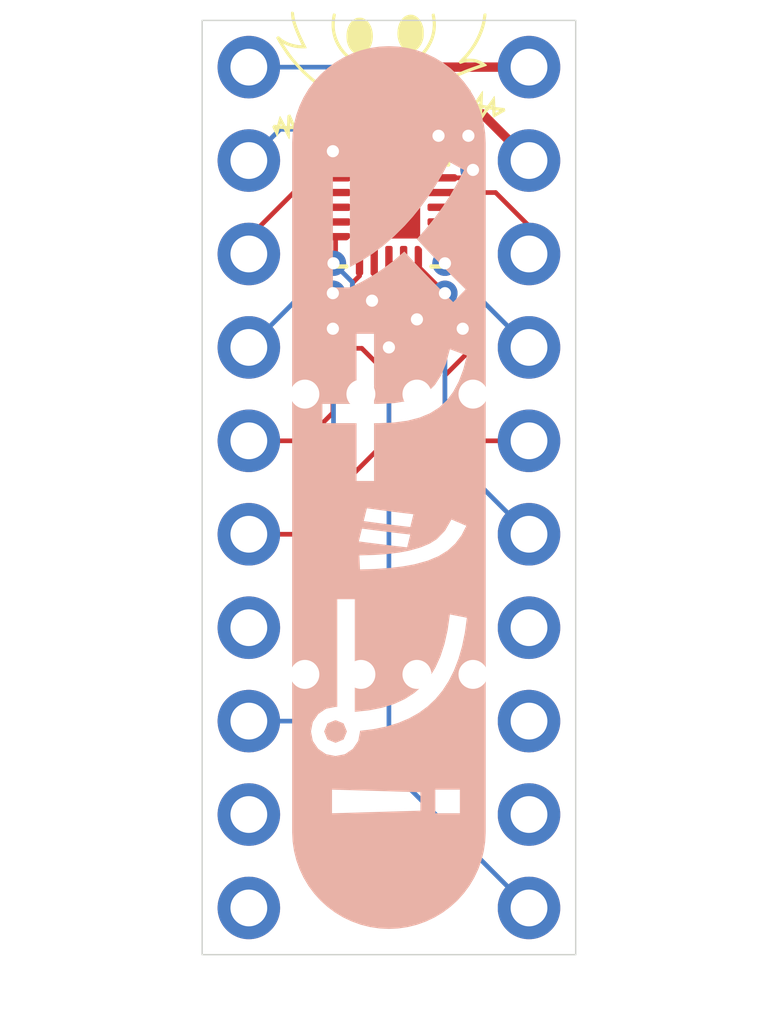
<source format=kicad_pcb>
(kicad_pcb (version 20211014) (generator pcbnew)
  (title_block (title "snappy") (date "2022-05-22") (rev "0.1.1") (company "moth.monster"))
  (layers (0 "F.Cu" signal "Front") (1 "In1.Cu" signal) (2 "In2.Cu" signal) (31 "B.Cu" signal "Back") (34 "B.Paste" user) (35 "F.Paste" user) (36 "B.SilkS" user "B.Silkscreen") (37 "F.SilkS" user "F.Silkscreen") (38 "B.Mask" user) (39 "F.Mask" user) (44 "Edge.Cuts" user))
  (net 0 "")
  (net 1 "VCC")
  (net 2 "GND")
  (net 3 "PA0")
  (net 4 "PA1")
  (net 5 "PA2")
  (net 6 "PA3")
  (net 7 "PA4")
  (net 8 "PA5")
  (net 9 "PC3")
  (net 10 "PC2")
  (net 11 "PC1")
  (net 12 "PA6")
  (net 13 "PA7")
  (net 14 "PB5")
  (net 15 "PC0")
  (net 16 "PB0")
  (net 17 "PB1")
  (net 18 "PB4")
  (net 19 "PB3")
  (net 20 "PB2")
  (footprint "keebio:breakaway-hole-big" (layer "F.Cu") (at 28.194 42.926 180)
    (fp_text reference "REF**" hide)
    (fp_text value "breakaway-hole-big" hide)
    (pad "" np_thru_hole circle locked (at 0 -0.254 180) (size 0.7874 0.7874) (drill 0.7874) (layers *.Cu *.Mask))
  )
  (footprint "" (layer "F.Cu") (at 34.29 43.18)
    (fp_text reference "" (at 0 0) (layer "F.SilkS") (effects (font (size 1.27 1.27))))
    (fp_text value "" (at 0 0) (layer "F.SilkS") (effects (font (size 1.27 1.27))))
    (pad "" np_thru_hole circle locked (at 0 0 180) (size 0.7874 0.7874) (drill 0.7874) (layers *.Cu *.Mask))
  )
  (footprint "keebio:breakaway-hole-big" (layer "F.Cu") (at 32.766 42.926 180)
    (fp_text reference "REF**" hide)
    (fp_text value "breakaway-hole-big" hide)
    (pad "" np_thru_hole circle locked (at 0 -0.254 180) (size 0.7874 0.7874) (drill 0.7874) (layers *.Cu *.Mask))
  )
  (footprint "" (layer "F.Cu") (at 26.67 35.56)
    (fp_text reference "" (at 0 0) (layer "F.SilkS") (effects (font (size 1.27 1.27))))
    (fp_text value "" (at 0 0) (layer "F.SilkS") (effects (font (size 1.27 1.27))))
    (pad "" np_thru_hole circle locked (at 0 0 180) (size 0.7874 0.7874) (drill 0.7874) (layers *.Cu *.Mask))
  )
  (footprint "" (layer "F.Cu") (at 26.67 43.18)
    (fp_text reference "" (at 0 0) (layer "F.SilkS") (effects (font (size 1.27 1.27))))
    (fp_text value "" (at 0 0) (layer "F.SilkS") (effects (font (size 1.27 1.27))))
    (pad "" np_thru_hole circle locked (at 0 0 180) (size 0.7874 0.7874) (drill 0.7874) (layers *.Cu *.Mask))
  )
  (footprint "keebio:breakaway-hole-big" (layer "F.Cu") (at 29.718 35.306 180)
    (fp_text reference "REF**" hide)
    (fp_text value "breakaway-hole-big" hide)
    (pad "" np_thru_hole circle locked (at 0 -0.254 180) (size 0.7874 0.7874) (drill 0.7874) (layers *.Cu *.Mask))
  )
  (footprint "mothface:PinHeader_1x03_P2.54mm_Vertical" (layer "F.Cu") (at 34.29 36.83)
    (fp_text reference "J3" hide)
    (fp_text value "Conn_01x03_Male")
    (pad "1" thru_hole circle (at 0 0) (size 1.7 1.7) (drill 1) (layers *.Cu *.Mask) (net 9 "PC3"))
    (pad "2" thru_hole oval (at 0 2.54) (size 1.7 1.7) (drill 1) (layers *.Cu *.Mask) (net 10 "PC2"))
    (pad "3" thru_hole oval (at 0 5.08) (size 1.7 1.7) (drill 1) (layers *.Cu *.Mask) (net 11 "PC1"))
  )
  (footprint "Package_DFN_QFN:VQFN-20-1EP_3x3mm_P0.4mm_EP1.7x1.7mm" (layer "F.Cu") (at 30.48 30.48 -90)
    (fp_text reference "U1" hide)
    (fp_text value "ATtiny3216-M")
    (pad "1" smd custom (at -1.45 -0.8 270) (size 0.143431 0.143431) (layers "F.Cu" "F.Paste" "F.Mask") (net 5 "PA2") (options (clearance outline) (anchor circle)) (primitives (gr_poly (pts (xy 0.35 0.000711) (xy 0.35 0.05) (xy -0.35 0.05) (xy -0.35 -0.05) (xy 0.299289 -0.05)) (width 0.1) (fill yes))))
    (pad "2" smd roundrect (at -1.45 -0.4 270) (size 0.8 0.2) (layers "F.Cu" "F.Paste" "F.Mask") (net 6 "PA3"))
    (pad "3" smd roundrect (at -1.45 0 270) (size 0.8 0.2) (layers "F.Cu" "F.Paste" "F.Mask") (net 2 "GND"))
    (pad "4" smd roundrect (at -1.45 0.4 270) (size 0.8 0.2) (layers "F.Cu" "F.Paste" "F.Mask") (net 1 "VCC"))
    (pad "5" smd custom (at -1.45 0.8 270) (size 0.143431 0.143431) (layers "F.Cu" "F.Paste" "F.Mask") (net 7 "PA4") (options (clearance outline) (anchor circle)) (primitives (gr_poly (pts (xy 0.35 -0.000711) (xy 0.299289 0.05) (xy -0.35 0.05) (xy -0.35 -0.05) (xy 0.35 -0.05)) (width 0.1) (fill yes))))
    (pad "6" smd custom (at -0.8 1.45 270) (size 0.143431 0.143431) (layers "F.Cu" "F.Paste" "F.Mask") (net 8 "PA5") (options (clearance outline) (anchor circle)) (primitives (gr_poly (pts (xy 0.05 0.35) (xy -0.05 0.35) (xy -0.05 -0.299289) (xy 0.000711 -0.35) (xy 0.05 -0.35)) (width 0.1) (fill yes))))
    (pad "7" smd roundrect (at -0.4 1.45 270) (size 0.2 0.8) (layers "F.Cu" "F.Paste" "F.Mask") (net 12 "PA6"))
    (pad "8" smd roundrect (at 0 1.45 270) (size 0.2 0.8) (layers "F.Cu" "F.Paste" "F.Mask") (net 13 "PA7"))
    (pad "9" smd roundrect (at 0.4 1.45 270) (size 0.2 0.8) (layers "F.Cu" "F.Paste" "F.Mask") (net 14 "PB5"))
    (pad "10" smd custom (at 0.8 1.45 270) (size 0.143431 0.143431) (layers "F.Cu" "F.Paste" "F.Mask") (net 18 "PB4") (options (clearance outline) (anchor circle)) (primitives (gr_poly (pts (xy 0.05 -0.299289) (xy 0.05 0.35) (xy -0.05 0.35) (xy -0.05 -0.35) (xy -0.000711 -0.35)) (width 0.1) (fill yes))))
    (pad "11" smd custom (at 1.45 0.8 270) (size 0.143431 0.143431) (layers "F.Cu" "F.Paste" "F.Mask") (net 19 "PB3") (options (clearance outline) (anchor circle)) (primitives (gr_poly (pts (xy 0.35 0.05) (xy -0.299289 0.05) (xy -0.35 -0.000711) (xy -0.35 -0.05) (xy 0.35 -0.05)) (width 0.1) (fill yes))))
    (pad "12" smd roundrect (at 1.45 0.4 270) (size 0.8 0.2) (layers "F.Cu" "F.Paste" "F.Mask") (net 20 "PB2"))
    (pad "13" smd roundrect (at 1.45 0 270) (size 0.8 0.2) (layers "F.Cu" "F.Paste" "F.Mask") (net 17 "PB1"))
    (pad "14" smd roundrect (at 1.45 -0.4 270) (size 0.8 0.2) (layers "F.Cu" "F.Paste" "F.Mask") (net 16 "PB0"))
    (pad "15" smd custom (at 1.45 -0.8 270) (size 0.143431 0.143431) (layers "F.Cu" "F.Paste" "F.Mask") (net 15 "PC0") (options (clearance outline) (anchor circle)) (primitives (gr_poly (pts (xy 0.35 0.05) (xy -0.35 0.05) (xy -0.35 0.000711) (xy -0.299289 -0.05) (xy 0.35 -0.05)) (width 0.1) (fill yes))))
    (pad "16" smd custom (at 0.8 -1.45 270) (size 0.143431 0.143431) (layers "F.Cu" "F.Paste" "F.Mask") (net 11 "PC1") (options (clearance outline) (anchor circle)) (primitives (gr_poly (pts (xy 0.05 0.299289) (xy -0.000711 0.35) (xy -0.05 0.35) (xy -0.05 -0.35) (xy 0.05 -0.35)) (width 0.1) (fill yes))))
    (pad "17" smd roundrect (at 0.4 -1.45 270) (size 0.2 0.8) (layers "F.Cu" "F.Paste" "F.Mask") (net 10 "PC2"))
    (pad "18" smd roundrect (at 0 -1.45 270) (size 0.2 0.8) (layers "F.Cu" "F.Paste" "F.Mask") (net 9 "PC3"))
    (pad "19" smd roundrect (at -0.4 -1.45 270) (size 0.2 0.8) (layers "F.Cu" "F.Paste" "F.Mask") (net 3 "PA0"))
    (pad "20" smd custom (at -0.8 -1.45 270) (size 0.143431 0.143431) (layers "F.Cu" "F.Paste" "F.Mask") (net 4 "PA1") (options (clearance outline) (anchor circle)) (primitives (gr_poly (pts (xy 0.05 0.35) (xy 0.000711 0.35) (xy -0.05 0.299289) (xy -0.05 -0.35) (xy 0.05 -0.35)) (width 0.1) (fill yes))))
    (pad "21" smd rect (at 0 0 270) (size 1.7 1.7) (layers "F.Cu" "F.Mask") (net 2 "GND"))
  )
  (footprint "keebio:breakaway-hole-big" (layer "F.Cu") (at 29.718 42.926 180)
    (fp_text reference "REF**" hide)
    (fp_text value "breakaway-hole-big" hide)
    (pad "" np_thru_hole circle locked (at 0 -0.254 180) (size 0.7874 0.7874) (drill 0.7874) (layers *.Cu *.Mask))
  )
  (footprint "Capacitor_SMD:C_0402_1005Metric" (layer "F.Cu") (at 30.48 27.94)
    (fp_text reference "C1" hide)
    (fp_text value "0.1uF")
    (pad "1" smd roundrect (at -0.48 0) (size 0.56 0.62) (layers "F.Cu" "F.Paste" "F.Mask") (net 1 "VCC"))
    (pad "2" smd roundrect (at 0.48 0) (size 0.56 0.62) (layers "F.Cu" "F.Paste" "F.Mask") (net 2 "GND"))
  )
  (footprint "mothface:PinHeader_1x03_P2.54mm_Vertical" (layer "F.Cu") (at 26.67 36.83)
    (fp_text reference "J4" hide)
    (fp_text value "Conn_01x03_Male")
    (pad "1" thru_hole circle (at 0 0) (size 1.7 1.7) (drill 1) (layers *.Cu *.Mask) (net 12 "PA6"))
    (pad "2" thru_hole oval (at 0 2.54) (size 1.7 1.7) (drill 1) (layers *.Cu *.Mask) (net 13 "PA7"))
    (pad "3" thru_hole oval (at 0 5.08) (size 1.7 1.7) (drill 1) (layers *.Cu *.Mask) (net 14 "PB5"))
  )
  (footprint "mothface:PinHeader_1x03_P2.54mm_Vertical" (layer "F.Cu") (at 34.29 44.45)
    (fp_text reference "J5" hide)
    (fp_text value "Conn_01x03_Male")
    (pad "1" thru_hole circle (at 0 0) (size 1.7 1.7) (drill 1) (layers *.Cu *.Mask) (net 15 "PC0"))
    (pad "2" thru_hole oval (at 0 2.54) (size 1.7 1.7) (drill 1) (layers *.Cu *.Mask) (net 16 "PB0"))
    (pad "3" thru_hole oval (at 0 5.08) (size 1.7 1.7) (drill 1) (layers *.Cu *.Mask) (net 17 "PB1"))
  )
  (footprint "keebio:breakaway-hole-big" (layer "F.Cu") (at 31.242 42.926 180)
    (fp_text reference "REF**" hide)
    (fp_text value "breakaway-hole-big" hide)
    (pad "" np_thru_hole circle locked (at 0 -0.254 180) (size 0.7874 0.7874) (drill 0.7874) (layers *.Cu *.Mask))
  )
  (footprint "Connector_PinHeader_2.54mm:PinHeader_1x04_P2.54mm_Vertical" (layer "F.Cu") (at 34.29 26.67)
    (fp_text reference "J1" hide)
    (fp_text value "Conn_01x04_Male")
    (pad "1" thru_hole circle (at 0 0) (size 1.7 1.7) (drill 1) (layers *.Cu *.Mask) (net 1 "VCC"))
    (pad "2" thru_hole oval (at 0 2.54) (size 1.7 1.7) (drill 1) (layers *.Cu *.Mask) (net 2 "GND"))
    (pad "3" thru_hole oval (at 0 5.08) (size 1.7 1.7) (drill 1) (layers *.Cu *.Mask) (net 3 "PA0"))
    (pad "4" thru_hole oval (at 0 7.62) (size 1.7 1.7) (drill 1) (layers *.Cu *.Mask) (net 4 "PA1"))
  )
  (footprint "Connector_PinHeader_2.54mm:PinHeader_1x04_P2.54mm_Vertical" (layer "F.Cu") (at 26.67 26.67)
    (fp_text reference "J2" hide)
    (fp_text value "Conn_01x04_Male")
    (pad "1" thru_hole circle (at 0 0) (size 1.7 1.7) (drill 1) (layers *.Cu *.Mask) (net 5 "PA2"))
    (pad "2" thru_hole oval (at 0 2.54) (size 1.7 1.7) (drill 1) (layers *.Cu *.Mask) (net 6 "PA3"))
    (pad "3" thru_hole oval (at 0 5.08) (size 1.7 1.7) (drill 1) (layers *.Cu *.Mask) (net 7 "PA4"))
    (pad "4" thru_hole oval (at 0 7.62) (size 1.7 1.7) (drill 1) (layers *.Cu *.Mask) (net 8 "PA5"))
  )
  (footprint "keebio:breakaway-hole-big" (layer "F.Cu") (at 32.766 35.306 180)
    (fp_text reference "REF**" hide)
    (fp_text value "breakaway-hole-big" hide)
    (pad "" np_thru_hole circle locked (at 0 -0.254 180) (size 0.7874 0.7874) (drill 0.7874) (layers *.Cu *.Mask))
  )
  (footprint "keebio:breakaway-hole-big" (layer "F.Cu") (at 28.194 35.306 180)
    (fp_text reference "REF**" hide)
    (fp_text value "breakaway-hole-big" hide)
    (pad "" np_thru_hole circle locked (at 0 -0.254 180) (size 0.7874 0.7874) (drill 0.7874) (layers *.Cu *.Mask))
  )
  (footprint "keebio:breakaway-hole-big" (layer "F.Cu") (at 31.242 35.306 180)
    (fp_text reference "REF**" hide)
    (fp_text value "breakaway-hole-big" hide)
    (pad "" np_thru_hole circle locked (at 0 -0.254 180) (size 0.7874 0.7874) (drill 0.7874) (layers *.Cu *.Mask))
  )
  (footprint "" (layer "F.Cu") (at 34.29 35.56)
    (fp_text reference "" (at 0 0) (layer "F.SilkS") (effects (font (size 1.27 1.27))))
    (fp_text value "" (at 0 0) (layer "F.SilkS") (effects (font (size 1.27 1.27))))
    (pad "" np_thru_hole circle locked (at 0 0 180) (size 0.7874 0.7874) (drill 0.7874) (layers *.Cu *.Mask))
  )
  (footprint "mothface:PinHeader_1x03_P2.54mm_Vertical" (layer "F.Cu") (at 26.67 44.45)
    (fp_text reference "J6" hide)
    (fp_text value "Conn_01x03_Male")
    (pad "1" thru_hole circle (at 0 0) (size 1.7 1.7) (drill 1) (layers *.Cu *.Mask) (net 18 "PB4"))
    (pad "2" thru_hole oval (at 0 2.54) (size 1.7 1.7) (drill 1) (layers *.Cu *.Mask) (net 19 "PB3"))
    (pad "3" thru_hole oval (at 0 5.08) (size 1.7 1.7) (drill 1) (layers *.Cu *.Mask) (net 20 "PB2"))
  )
  (footprint "mothface:mothfacesmolest" (layer "F.Cu") (at 30.48 26.924 180)
    (fp_text reference "G***" hide)
    (fp_text value "LOGO" hide)
  )
  (footprint "kibuzzard-628A0B39" (layer "B.Cu") (at 30.48 38.1 -90)
    (fp_text reference "kibuzzard-628A0B39" hide)
    (fp_text value "G***" hide)
  )
  (gr_line (start 25.4 50.8) (end 25.4 25.4) (layer "Edge.Cuts") (width 0.0381))
  (gr_line (start 35.56 50.8) (end 25.4 50.8) (layer "Edge.Cuts") (width 0.0381))
  (gr_line (start 25.4 25.4) (end 35.56 25.4) (layer "Edge.Cuts") (width 0.0381))
  (gr_line (start 35.56 25.4) (end 35.56 50.8) (layer "Edge.Cuts") (width 0.0381))
  (segment (start 30.08 29.03) (end 30.08 28.02) (width 0.254) (layer "F.Cu") (net 1))
  (segment (start 30 27.94) (end 31.27 26.67) (width 0.254) (layer "F.Cu") (net 1))
  (segment (start 31.27 26.67) (end 34.29 26.67) (width 0.254) (layer "F.Cu") (net 1))
  (segment (start 30.08 28.02) (end 30 27.94) (width 0.254) (layer "F.Cu") (net 1))
  (segment (start 30.48 28.42) (end 30.96 27.94) (width 0.254) (layer "F.Cu") (net 2))
  (segment (start 30.96 27.94) (end 33.02 27.94) (width 0.254) (layer "F.Cu") (net 2))
  (segment (start 30.48 30.48) (end 30.48 28.42) (width 0.254) (layer "F.Cu") (net 2))
  (segment (start 33.02 27.94) (end 34.29 29.21) (width 0.254) (layer "F.Cu") (net 2))
  (segment (start 34.29 31.75) (end 34.29 30.988) (width 0.127) (layer "F.Cu") (net 3))
  (segment (start 34.29 30.988) (end 33.382 30.08) (width 0.127) (layer "F.Cu") (net 3))
  (segment (start 33.382 30.08) (end 31.93 30.08) (width 0.127) (layer "F.Cu") (net 3))
  (segment (start 31.93 29.68) (end 32.55 29.68) (width 0.127) (layer "F.Cu") (net 4))
  (segment (start 32.55 29.68) (end 32.766 29.464) (width 0.127) (layer "F.Cu") (net 4))
  (via (at 32.766 29.464) (size 0.6858) (drill 0.3302) (layers "F.Cu" "B.Cu") (net 4))
  (segment (start 32.766 32.766) (end 34.29 34.29) (width 0.127) (layer "B.Cu") (net 4))
  (segment (start 32.766 29.464) (end 32.766 32.766) (width 0.127) (layer "B.Cu") (net 4))
  (segment (start 32.108547 29.069311) (end 32.641458 28.5364) (width 0.127) (layer "F.Cu") (net 5))
  (segment (start 31.319311 29.069311) (end 32.108547 29.069311) (width 0.127) (layer "F.Cu") (net 5))
  (segment (start 31.28 29.03) (end 31.319311 29.069311) (width 0.127) (layer "F.Cu") (net 5))
  (via (at 32.641458 28.5364) (size 0.6858) (drill 0.3302) (layers "F.Cu" "B.Cu") (net 5))
  (segment (start 32.641458 28.5364) (end 30.775058 26.67) (width 0.127) (layer "B.Cu") (net 5))
  (segment (start 30.775058 26.67) (end 26.67 26.67) (width 0.127) (layer "B.Cu") (net 5))
  (segment (start 31.732735 28.43998) (end 31.829155 28.5364) (width 0.127) (layer "F.Cu") (net 6))
  (segment (start 30.88 28.690561) (end 31.130581 28.43998) (width 0.127) (layer "F.Cu") (net 6))
  (segment (start 30.88 29.03) (end 30.88 28.690561) (width 0.127) (layer "F.Cu") (net 6))
  (segment (start 31.130581 28.43998) (end 31.732735 28.43998) (width 0.127) (layer "F.Cu") (net 6))
  (via (at 31.829155 28.5364) (size 0.6858) (drill 0.3302) (layers "F.Cu" "B.Cu") (net 6))
  (segment (start 26.67 29.21) (end 27.52 28.36) (width 0.127) (layer "B.Cu") (net 6))
  (segment (start 31.652755 28.36) (end 31.829155 28.5364) (width 0.127) (layer "B.Cu") (net 6))
  (segment (start 27.52 28.36) (end 31.652755 28.36) (width 0.127) (layer "B.Cu") (net 6))
  (segment (start 29.185089 28.423089) (end 28.73526 28.423089) (width 0.127) (layer "F.Cu") (net 7))
  (segment (start 29.68 28.918) (end 29.185089 28.423089) (width 0.127) (layer "F.Cu") (net 7))
  (segment (start 29.68 29.03) (end 29.68 28.918) (width 0.127) (layer "F.Cu") (net 7))
  (segment (start 26.67 31.300561) (end 26.67 31.75) (width 0.127) (layer "F.Cu") (net 7))
  (segment (start 28.73526 28.423089) (end 28.388675 28.769675) (width 0.127) (layer "F.Cu") (net 7))
  (segment (start 28.388675 28.769675) (end 28.388674 29.581886) (width 0.127) (layer "F.Cu") (net 7))
  (segment (start 28.388674 29.581886) (end 26.67 31.300561) (width 0.127) (layer "F.Cu") (net 7))
  (segment (start 29.03 29.03) (end 28.956 28.956) (width 0.127) (layer "F.Cu") (net 8))
  (segment (start 29.03 29.68) (end 28.690561 29.68) (width 0.127) (layer "F.Cu") (net 8))
  (segment (start 29.03 29.68) (end 29.03 29.03) (width 0.127) (layer "F.Cu") (net 8))
  (via (at 28.956 28.956) (size 0.6858) (drill 0.3302) (layers "F.Cu" "B.Cu") (net 8))
  (segment (start 27.94 33.02) (end 27.94 29.972) (width 0.127) (layer "B.Cu") (net 8))
  (segment (start 27.94 29.972) (end 28.956 28.956) (width 0.127) (layer "B.Cu") (net 8))
  (segment (start 26.67 34.29) (end 27.94 33.02) (width 0.127) (layer "B.Cu") (net 8))
  (segment (start 32.766 36.83) (end 32.004 36.068) (width 0.127) (layer "F.Cu") (net 9))
  (segment (start 32.004 36.068) (end 32.004 35.052) (width 0.127) (layer "F.Cu") (net 9))
  (segment (start 33.02 31.230561) (end 32.269439 30.48) (width 0.127) (layer "F.Cu") (net 9))
  (segment (start 32.269439 30.48) (end 31.93 30.48) (width 0.127) (layer "F.Cu") (net 9))
  (segment (start 32.004 35.052) (end 33.02 34.036) (width 0.127) (layer "F.Cu") (net 9))
  (segment (start 34.29 36.83) (end 32.766 36.83) (width 0.127) (layer "F.Cu") (net 9))
  (segment (start 33.02 34.036) (end 33.02 31.230561) (width 0.127) (layer "F.Cu") (net 9))
  (segment (start 32.310908 30.88) (end 32.766 31.335092) (width 0.127) (layer "F.Cu") (net 10))
  (segment (start 32.766 31.335092) (end 32.766 33.5031) (width 0.127) (layer "F.Cu") (net 10))
  (segment (start 31.93 30.88) (end 32.310908 30.88) (width 0.127) (layer "F.Cu") (net 10))
  (segment (start 32.766 33.5031) (end 32.4871 33.782) (width 0.127) (layer "F.Cu") (net 10))
  (via (at 32.4871 33.782) (size 0.6858) (drill 0.3302) (layers "F.Cu" "B.Cu") (net 10))
  (segment (start 32.004 37.084) (end 34.29 39.37) (width 0.127) (layer "B.Cu") (net 10))
  (segment (start 32.004 34.2651) (end 32.004 37.084) (width 0.127) (layer "B.Cu") (net 10))
  (segment (start 32.4871 33.782) (end 32.004 34.2651) (width 0.127) (layer "B.Cu") (net 10))
  (segment (start 32.004 32.004) (end 32.004 31.354) (width 0.127) (layer "F.Cu") (net 11))
  (segment (start 32.004 31.354) (end 31.93 31.28) (width 0.127) (layer "F.Cu") (net 11))
  (via (at 32.004 32.004) (size 0.6858) (drill 0.3302) (layers "F.Cu" "B.Cu") (net 11))
  (segment (start 29.03 30.08) (end 28.649093 30.08) (width 0.127) (layer "F.Cu") (net 12))
  (segment (start 28.649093 30.08) (end 27.963531 30.765562) (width 0.127) (layer "F.Cu") (net 12))
  (segment (start 28.956 36.068) (end 28.956 34.894183) (width 0.127) (layer "F.Cu") (net 12))
  (segment (start 28.956 34.894183) (end 27.93294 33.871122) (width 0.127) (layer "F.Cu") (net 12))
  (segment (start 26.67 36.83) (end 28.194 36.83) (width 0.127) (layer "F.Cu") (net 12))
  (segment (start 28.194 36.83) (end 28.956 36.068) (width 0.127) (layer "F.Cu") (net 12))
  (segment (start 27.932941 32.512) (end 27.932941 33.114387) (width 0.127) (layer "F.Cu") (net 12))
  (segment (start 27.932941 30.796152) (end 27.932941 32.392059) (width 0.127) (layer "F.Cu") (net 12))
  (segment (start 27.932941 32.392059) (end 27.932941 32.512) (width 0.127) (layer "F.Cu") (net 12))
  (segment (start 27.93294 33.871122) (end 27.932941 32.392059) (width 0.127) (layer "F.Cu") (net 12))
  (segment (start 27.963531 30.765562) (end 27.932941 30.796152) (width 0.127) (layer "F.Cu") (net 12))
  (segment (start 28.18646 33.766111) (end 28.735261 34.314911) (width 0.127) (layer "F.Cu") (net 13))
  (segment (start 30.48 36.76208) (end 27.872081 39.37) (width 0.127) (layer "F.Cu") (net 13))
  (segment (start 28.607625 30.48) (end 28.18646 30.901166) (width 0.127) (layer "F.Cu") (net 13))
  (segment (start 29.03 30.48) (end 28.607625 30.48) (width 0.127) (layer "F.Cu") (net 13))
  (segment (start 29.742911 34.314911) (end 30.48 35.052) (width 0.127) (layer "F.Cu") (net 13))
  (segment (start 28.18646 30.901166) (end 28.18646 33.766111) (width 0.127) (layer "F.Cu") (net 13))
  (segment (start 28.735261 34.314911) (end 29.742911 34.314911) (width 0.127) (layer "F.Cu") (net 13))
  (segment (start 27.872081 39.37) (end 26.67 39.37) (width 0.127) (layer "F.Cu") (net 13))
  (segment (start 30.48 35.052) (end 30.48 36.76208) (width 0.127) (layer "F.Cu") (net 13))
  (segment (start 28.43998 32.300425) (end 28.954908 32.815353) (width 0.127) (layer "F.Cu") (net 14))
  (segment (start 28.43998 31.006177) (end 28.43998 32.300425) (width 0.127) (layer "F.Cu") (net 14))
  (segment (start 28.566157 30.88) (end 28.43998 31.006177) (width 0.127) (layer "F.Cu") (net 14))
  (segment (start 29.03 30.88) (end 28.566157 30.88) (width 0.127) (layer "F.Cu") (net 14))
  (via (at 28.954908 32.815353) (size 0.6858) (drill 0.3302) (layers "F.Cu" "B.Cu") (net 14))
  (segment (start 31.28 31.93) (end 31.28 32.092303) (width 0.127) (layer "F.Cu") (net 15))
  (segment (start 31.28 32.092303) (end 32.004 32.816303) (width 0.127) (layer "F.Cu") (net 15))
  (via (at 32.004 32.816303) (size 0.6858) (drill 0.3302) (layers "F.Cu" "B.Cu") (net 15))
  (segment (start 30.88 31.93) (end 30.88 33.166) (width 0.127) (layer "F.Cu") (net 16))
  (segment (start 30.88 33.166) (end 31.242 33.528) (width 0.127) (layer "F.Cu") (net 16))
  (via (at 31.242 33.528) (size 0.6858) (drill 0.3302) (layers "F.Cu" "B.Cu") (net 16))
  (segment (start 30.55363 34.21637) (end 30.48 34.29) (width 0.127) (layer "F.Cu") (net 17))
  (segment (start 30.48 31.93) (end 30.55363 32.00363) (width 0.127) (layer "F.Cu") (net 17))
  (segment (start 30.55363 32.00363) (end 30.55363 34.21637) (width 0.127) (layer "F.Cu") (net 17))
  (via (at 30.48 34.29) (size 0.6858) (drill 0.3302) (layers "F.Cu" "B.Cu") (net 17))
  (segment (start 30.48 45.72) (end 34.29 49.53) (width 0.127) (layer "B.Cu") (net 17))
  (segment (start 30.48 34.29) (end 30.48 45.72) (width 0.127) (layer "B.Cu") (net 17))
  (segment (start 29.03 31.946129) (end 28.97288 32.003249) (width 0.127) (layer "F.Cu") (net 18))
  (segment (start 29.03 31.28) (end 29.03 31.946129) (width 0.127) (layer "F.Cu") (net 18))
  (via (at 28.97288 32.003249) (size 0.6858) (drill 0.3302) (layers "F.Cu" "B.Cu") (net 18))
  (segment (start 28.97288 43.400576) (end 28.97288 34.52712) (width 0.127) (layer "B.Cu") (net 18))
  (segment (start 29.488911 33.505273) (end 29.487819 33.504181) (width 0.127) (layer "B.Cu") (net 18))
  (segment (start 29.487819 32.518188) (end 28.97288 32.003249) (width 0.127) (layer "B.Cu") (net 18))
  (segment (start 27.923456 44.45) (end 28.97288 43.400576) (width 0.127) (layer "B.Cu") (net 18))
  (segment (start 28.97288 34.52712) (end 29.488911 34.011089) (width 0.127) (layer "B.Cu") (net 18))
  (segment (start 29.488911 34.011089) (end 29.488911 33.505273) (width 0.127) (layer "B.Cu") (net 18))
  (segment (start 26.67 44.45) (end 27.923456 44.45) (width 0.127) (layer "B.Cu") (net 18))
  (segment (start 29.487819 33.504181) (end 29.487819 32.518188) (width 0.127) (layer "B.Cu") (net 18))
  (segment (start 29.487808 33.250192) (end 29.487808 32.53583) (width 0.127) (layer "F.Cu") (net 19))
  (segment (start 28.956 33.782) (end 29.487819 33.250181) (width 0.127) (layer "F.Cu") (net 19))
  (segment (start 28.956 33.782) (end 29.487808 33.250192) (width 0.127) (layer "F.Cu") (net 19))
  (segment (start 29.487819 32.535819) (end 29.68 32.343638) (width 0.127) (layer "F.Cu") (net 19))
  (segment (start 29.487819 33.250181) (end 29.487819 32.535819) (width 0.127) (layer "F.Cu") (net 19))
  (segment (start 29.487808 32.53583) (end 29.68 32.343638) (width 0.127) (layer "F.Cu") (net 19))
  (segment (start 29.68 32.343638) (end 29.68 31.93) (width 0.127) (layer "F.Cu") (net 19))
  (via (at 28.956 33.782) (size 0.6858) (drill 0.3302) (layers "F.Cu" "B.Cu") (net 19))
  (segment (start 30.08 32.960719) (end 30.020719 33.02) (width 0.127) (layer "F.Cu") (net 20))
  (segment (start 30.08 31.93) (end 30.08 32.960719) (width 0.127) (layer "F.Cu") (net 20))
  (via (at 30.020719 33.02) (size 0.6858) (drill 0.3302) (layers "F.Cu" "B.Cu") (net 20))
)
</source>
